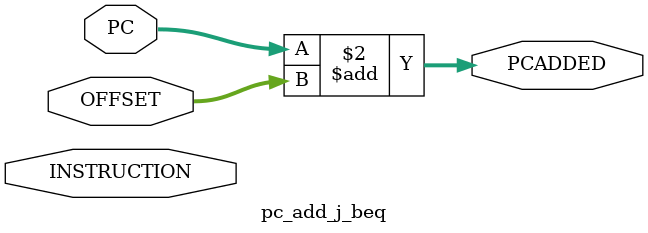
<source format=v>
/*
Authers     : WIJERATHNA I.M.K.D.I.     e19446@eng.pdn.ac.lk
              DISSANAYAKE D.M.I.G.      e19090@eng.pdn.ac.lk
Lab         : Lab 5 part 4
              pc_add_j_beq.v
Last Updated: Monday, May 29, 2023 8:40:37 PM
*/


module pc_add_j_beq (PC,INSTRUCTION,OFFSET,PCADDED);
    //declaring ports
    input [31:0] PC;
    input [31:0] INSTRUCTION;
    input [31:0] OFFSET;
    output reg [31:0] PCADDED;

    //always read INSTRUCTION
    always @(INSTRUCTION)   begin
        #2 PCADDED=PC+OFFSET;
    end

endmodule
</source>
